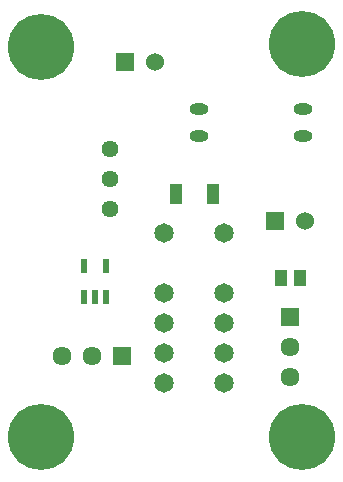
<source format=gbr>
%TF.GenerationSoftware,KiCad,Pcbnew,7.0.2*%
%TF.CreationDate,2023-05-21T22:41:38+02:00*%
%TF.ProjectId,AMS & IMD Reset,414d5320-2620-4494-9d44-205265736574,rev?*%
%TF.SameCoordinates,Original*%
%TF.FileFunction,Soldermask,Top*%
%TF.FilePolarity,Negative*%
%FSLAX46Y46*%
G04 Gerber Fmt 4.6, Leading zero omitted, Abs format (unit mm)*
G04 Created by KiCad (PCBNEW 7.0.2) date 2023-05-21 22:41:38*
%MOMM*%
%LPD*%
G01*
G04 APERTURE LIST*
%ADD10R,1.610000X1.610000*%
%ADD11C,1.610000*%
%ADD12C,5.600000*%
%ADD13R,1.070000X1.470000*%
%ADD14R,1.530000X1.530000*%
%ADD15C,1.530000*%
%ADD16R,0.600000X1.150000*%
%ADD17C,1.440000*%
%ADD18C,1.650000*%
%ADD19O,1.600000X0.950000*%
%ADD20R,1.050000X1.800000*%
G04 APERTURE END LIST*
D10*
%TO.C,J2*%
X183896000Y-100076000D03*
D11*
X183896000Y-102616000D03*
X183896000Y-105156000D03*
%TD*%
D10*
%TO.C,J1*%
X169672000Y-103378000D03*
D11*
X167132000Y-103378000D03*
X164592000Y-103378000D03*
%TD*%
D12*
%TO.C,*%
X162814000Y-110236000D03*
%TD*%
D13*
%TO.C,C1*%
X184716000Y-96774000D03*
X183076000Y-96774000D03*
%TD*%
D14*
%TO.C,J3*%
X169926000Y-78486000D03*
D15*
X172466000Y-78486000D03*
%TD*%
D16*
%TO.C,G1*%
X166436000Y-98328000D03*
X167386000Y-98328000D03*
X168336000Y-98328000D03*
X168336000Y-95728000D03*
X166436000Y-95728000D03*
%TD*%
D17*
%TO.C,U1*%
X168656000Y-90932000D03*
X168656000Y-88392000D03*
X168656000Y-85852000D03*
%TD*%
D12*
%TO.C,*%
X184912000Y-76962000D03*
%TD*%
D18*
%TO.C,K2*%
X173228000Y-92964000D03*
X173228000Y-98044000D03*
X173228000Y-100584000D03*
X173228000Y-103124000D03*
X173228000Y-105664000D03*
X178308000Y-105664000D03*
X178308000Y-103124000D03*
X178308000Y-100584000D03*
X178308000Y-98044000D03*
X178308000Y-92964000D03*
%TD*%
D19*
%TO.C,K1*%
X184994000Y-84709000D03*
X184994000Y-82423000D03*
X176194000Y-82423000D03*
X176194000Y-84709000D03*
%TD*%
D12*
%TO.C,*%
X162814000Y-77216000D03*
%TD*%
D14*
%TO.C,J4*%
X182626000Y-91948000D03*
D15*
X185166000Y-91948000D03*
%TD*%
D12*
%TO.C,*%
X184912000Y-110236000D03*
%TD*%
D20*
%TO.C,R1*%
X174218000Y-89662000D03*
X177318000Y-89662000D03*
%TD*%
M02*

</source>
